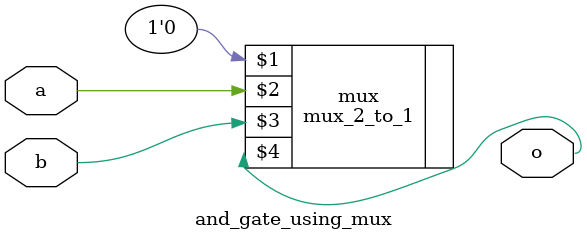
<source format=v>
module and_gate_using_mux
(
    input  a,
    input  b,
    output o
);

    mux_2_to_1 mux (1'b0, a, b, o);

endmodule

</source>
